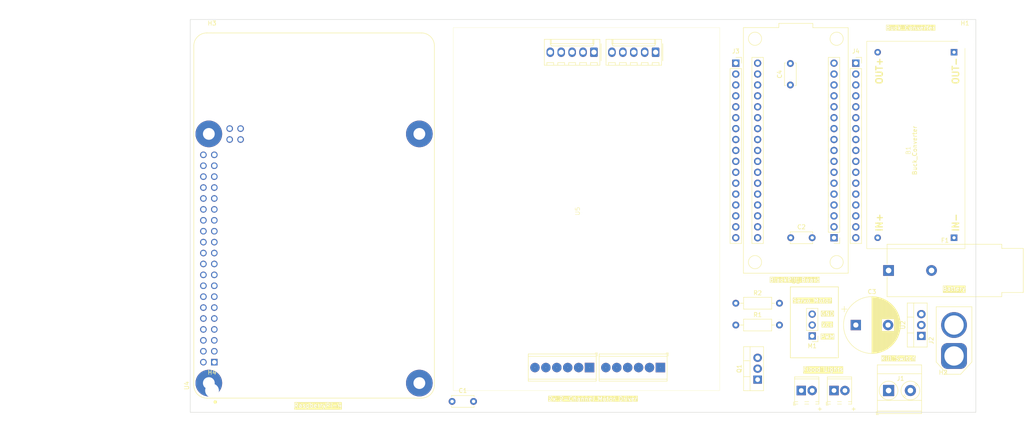
<source format=kicad_pcb>
(kicad_pcb (version 20221018) (generator pcbnew)
  (layers (0 "F.Cu" signal) (31 "B.Cu" signal) (34 "B.Paste" user) (35 "F.Paste" user) (36 "B.SilkS" user "B.Silkscreen") (37 "F.SilkS" user "F.Silkscreen") (38 "B.Mask" user) (39 "F.Mask" user) (44 "Edge.Cuts" user))
  (net 0 "")
  (net 3 "+3.3v")
  (net 4 "Net-(J1-Pin_1)")
  (net 9 "Servo_Ctrl")
  (net 16 "RxBP")
  (net 17 "TxBP")
  (net 34 "Motor_Right_DIR")
  (net 35 "Motor_Left_DIR")
  (net 36 "Motor_Right_PWM")
  (net 37 "Motor_Left_PWM")
  (net 42 "+12v")
  (net 43 "GND")
  (net 44 "+5v")
  (net 45 "Net-(D1-K)")
  (net 46 "Net-(D2-K)")
  (net 47 "Bat_in")
  (net 48 "Net-(Q1-G)")
  (net 49 "Flash_Lights")
  (footprint "Package_TO_SOT_THT:TO-220-3_Vertical" (layer "F.Cu") (at 251.46 91.44 90)
    (fp_text reference "U2" (at 2.54 -4.27 90) (layer "F.SilkS"))
    (fp_text value "AMS1117-3.3")
    (pad "1" thru_hole rect (at 0 0 90) (size 1.905 2) (drill 1.1) (layers "*.Cu" "*.Mask") (net 43 "GND"))
    (pad "2" thru_hole oval (at 2.54 0 90) (size 1.905 2) (drill 1.1) (layers "*.Cu" "*.Mask") (net 3 "+3.3v"))
    (pad "3" thru_hole oval (at 5.08 0 90) (size 1.905 2) (drill 1.1) (layers "*.Cu" "*.Mask") (net 44 "+5v"))
  )
  (footprint "MountingHole:MountingHole_3.2mm_M3" (layer "F.Cu") (at 256.54 104.14)
    (fp_text reference "H2" (at 0 -4.2) (layer "F.SilkS"))
    (fp_text value "MountingHole")
    (pad "" np_thru_hole circle (at 0 0) (size 3.2 3.2) (drill 3.2) (layers "*.Cu" "*.Mask"))
  )
  (footprint "Connector_PinHeader_2.54mm:PinHeader_1x03_P2.54mm_Vertical" (layer "F.Cu") (at 226.06 91.44 180)
    (fp_text reference "M1" (at 0 -2.33) (layer "F.SilkS"))
    (fp_text value "Motor_Servo")
    (pad "1" thru_hole rect (at 0 0 180) (size 1.7 1.7) (drill 1) (layers "*.Cu" "*.Mask") (net 9 "Servo_Ctrl"))
    (pad "2" thru_hole oval (at 0 2.54 180) (size 1.7 1.7) (drill 1) (layers "*.Cu" "*.Mask") (net 42 "+12v"))
    (pad "3" thru_hole oval (at 0 5.08 180) (size 1.7 1.7) (drill 1) (layers "*.Cu" "*.Mask") (net 43 "GND"))
  )
  (footprint "Connector_PinSocket_2.54mm:PinSocket_1x17_P2.54mm_Vertical" (layer "F.Cu") (at 236.22 27.94)
    (fp_text reference "J4" (at 0 -2.77) (layer "F.SilkS"))
    (fp_text value "BPDummy_R")
    (pad "1" thru_hole rect (at 0 0) (size 1.7 1.7) (drill 1) (layers "*.Cu" "*.Mask"))
    (pad "2" thru_hole oval (at 0 2.54) (size 1.7 1.7) (drill 1) (layers "*.Cu" "*.Mask"))
    (pad "3" thru_hole oval (at 0 5.08) (size 1.7 1.7) (drill 1) (layers "*.Cu" "*.Mask"))
    (pad "4" thru_hole oval (at 0 7.62) (size 1.7 1.7) (drill 1) (layers "*.Cu" "*.Mask"))
    (pad "5" thru_hole oval (at 0 10.16) (size 1.7 1.7) (drill 1) (layers "*.Cu" "*.Mask"))
    (pad "6" thru_hole oval (at 0 12.7) (size 1.7 1.7) (drill 1) (layers "*.Cu" "*.Mask"))
    (pad "7" thru_hole oval (at 0 15.24) (size 1.7 1.7) (drill 1) (layers "*.Cu" "*.Mask"))
    (pad "8" thru_hole oval (at 0 17.78) (size 1.7 1.7) (drill 1) (layers "*.Cu" "*.Mask"))
    (pad "9" thru_hole oval (at 0 20.32) (size 1.7 1.7) (drill 1) (layers "*.Cu" "*.Mask"))
    (pad "10" thru_hole oval (at 0 22.86) (size 1.7 1.7) (drill 1) (layers "*.Cu" "*.Mask"))
    (pad "11" thru_hole oval (at 0 25.4) (size 1.7 1.7) (drill 1) (layers "*.Cu" "*.Mask"))
    (pad "12" thru_hole oval (at 0 27.94) (size 1.7 1.7) (drill 1) (layers "*.Cu" "*.Mask"))
    (pad "13" thru_hole oval (at 0 30.48) (size 1.7 1.7) (drill 1) (layers "*.Cu" "*.Mask"))
    (pad "14" thru_hole oval (at 0 33.02) (size 1.7 1.7) (drill 1) (layers "*.Cu" "*.Mask"))
    (pad "15" thru_hole oval (at 0 35.56) (size 1.7 1.7) (drill 1) (layers "*.Cu" "*.Mask"))
    (pad "16" thru_hole oval (at 0 38.1) (size 1.7 1.7) (drill 1) (layers "*.Cu" "*.Mask"))
    (pad "17" thru_hole oval (at 0 40.64) (size 1.7 1.7) (drill 1) (layers "*.Cu" "*.Mask"))
  )
  (footprint "Module:MODULE_RASPBERRY_PI_4B_4GB" (layer "F.Cu") (at 110.12 63.41 90)
    (fp_text reference "U4" (at -39.575 -29.635 90) (layer "F.SilkS"))
    (fp_text value "RASPBERRY_PI_4B_4GB")
    (pad "1" thru_hole rect (at -34.13 -23.23 90) (size 1.524 1.524) (drill 1.016) (layers "*.Cu" "*.Mask"))
    (pad "2" thru_hole circle (at -34.13 -25.77 90) (size 1.524 1.524) (drill 1.016) (layers "*.Cu" "*.Mask") (net 44 "+5v"))
    (pad "3" thru_hole circle (at -31.59 -23.23 90) (size 1.524 1.524) (drill 1.016) (layers "*.Cu" "*.Mask"))
    (pad "4" thru_hole circle (at -31.59 -25.77 90) (size 1.524 1.524) (drill 1.016) (layers "*.Cu" "*.Mask") (net 44 "+5v"))
    (pad "5" thru_hole circle (at -29.05 -23.23 90) (size 1.524 1.524) (drill 1.016) (layers "*.Cu" "*.Mask"))
    (pad "6" thru_hole circle (at -29.05 -25.77 90) (size 1.524 1.524) (drill 1.016) (layers "*.Cu" "*.Mask") (net 43 "GND"))
    (pad "7" thru_hole circle (at -26.51 -23.23 90) (size 1.524 1.524) (drill 1.016) (layers "*.Cu" "*.Mask"))
    (pad "8" thru_hole circle (at -26.51 -25.77 90) (size 1.524 1.524) (drill 1.016) (layers "*.Cu" "*.Mask") (net 17 "TxBP"))
    (pad "9" thru_hole circle (at -23.97 -23.23 90) (size 1.524 1.524) (drill 1.016) (layers "*.Cu" "*.Mask") (net 43 "GND"))
    (pad "10" thru_hole circle (at -23.97 -25.77 90) (size 1.524 1.524) (drill 1.016) (layers "*.Cu" "*.Mask") (net 16 "RxBP"))
    (pad "11" thru_hole circle (at -21.43 -23.23 90) (size 1.524 1.524) (drill 1.016) (layers "*.Cu" "*.Mask"))
    (pad "12" thru_hole circle (at -21.43 -25.77 90) (size 1.524 1.524) (drill 1.016) (layers "*.Cu" "*.Mask"))
    (pad "13" thru_hole circle (at -18.89 -23.23 90) (size 1.524 1.524) (drill 1.016) (layers "*.Cu" "*.Mask"))
    (pad "14" thru_hole circle (at -18.89 -25.77 90) (size 1.524 1.524) (drill 1.016) (layers "*.Cu" "*.Mask") (net 43 "GND"))
    (pad "15" thru_hole circle (at -16.35 -23.23 90) (size 1.524 1.524) (drill 1.016) (layers "*.Cu" "*.Mask"))
    (pad "16" thru_hole circle (at -16.35 -25.77 90) (size 1.524 1.524) (drill 1.016) (layers "*.Cu" "*.Mask"))
    (pad "17" thru_hole circle (at -13.81 -23.23 90) (size 1.524 1.524) (drill 1.016) (layers "*.Cu" "*.Mask"))
    (pad "18" thru_hole circle (at -13.81 -25.77 90) (size 1.524 1.524) (drill 1.016) (layers "*.Cu" "*.Mask"))
    (pad "19" thru_hole circle (at -11.27 -23.23 90) (size 1.524 1.524) (drill 1.016) (layers "*.Cu" "*.Mask"))
    (pad "20" thru_hole circle (at -11.27 -25.77 90) (size 1.524 1.524) (drill 1.016) (layers "*.Cu" "*.Mask") (net 43 "GND"))
    (pad "21" thru_hole circle (at -8.73 -23.23 90) (size 1.524 1.524) (drill 1.016) (layers "*.Cu" "*.Mask"))
    (pad "22" thru_hole circle (at -8.73 -25.77 90) (size 1.524 1.524) (drill 1.016) (layers "*.Cu" "*.Mask"))
    (pad "23" thru_hole circle (at -6.19 -23.23 90) (size 1.524 1.524) (drill 1.016) (layers "*.Cu" "*.Mask"))
    (pad "24" thru_hole circle (at -6.19 -25.77 90) (size 1.524 1.524) (drill 1.016) (layers "*.Cu" "*.Mask"))
    (pad "25" thru_hole circle (at -3.65 -23.23 90) (size 1.524 1.524) (drill 1.016) (layers "*.Cu" "*.Mask") (net 43 "GND"))
    (pad "26" thru_hole circle (at -3.65 -25.77 90) (size 1.524 1.524) (drill 1.016) (layers "*.Cu" "*.Mask"))
    (pad "27" thru_hole circle (at -1.11 -23.23 90) (size 1.524 1.524) (drill 1.016) (layers "*.Cu" "*.Mask"))
    (pad "28" thru_hole circle (at -1.11 -25.77 90) (size 1.524 1.524) (drill 1.016) (layers "*.Cu" "*.Mask"))
    (pad "29" thru_hole circle (at 1.43 -23.23 90) (size 1.524 1.524) (drill 1.016) (layers "*.Cu" "*.Mask"))
    (pad "30" thru_hole circle (at 1.43 -25.77 90) (size 1.524 1.524) (drill 1.016) (layers "*.Cu" "*.Mask") (net 43 "GND"))
    (pad "31" thru_hole circle (at 3.97 -23.23 90) (size 1.524 1.524) (drill 1.016) (layers "*.Cu" "*.Mask"))
    (pad "32" thru_hole circle (at 3.97 -25.77 90) (size 1.524 1.524) (drill 1.016) (layers "*.Cu" "*.Mask"))
    (pad "33" thru_hole circle (at 6.51 -23.23 90) (size 1.524 1.524) (drill 1.016) (layers "*.Cu" "*.Mask"))
    (pad "34" thru_hole circle (at 6.51 -25.77 90) (size 1.524 1.524) (drill 1.016) (layers "*.Cu" "*.Mask") (net 43 "GND"))
    (pad "35" thru_hole circle (at 9.05 -23.23 90) (size 1.524 1.524) (drill 1.016) (layers "*.Cu" "*.Mask"))
    (pad "36" thru_hole circle (at 9.05 -25.77 90) (size 1.524 1.524) (drill 1.016) (layers "*.Cu" "*.Mask"))
    (pad "37" thru_hole circle (at 11.59 -23.23 90) (size 1.524 1.524) (drill 1.016) (layers "*.Cu" "*.Mask"))
    (pad "38" thru_hole circle (at 11.59 -25.77 90) (size 1.524 1.524) (drill 1.016) (layers "*.Cu" "*.Mask"))
    (pad "39" thru_hole circle (at 14.13 -23.23 90) (size 1.524 1.524) (drill 1.016) (layers "*.Cu" "*.Mask") (net 43 "GND"))
    (pad "40" thru_hole circle (at 14.13 -25.77 90) (size 1.524 1.524) (drill 1.016) (layers "*.Cu" "*.Mask"))
    (pad "41" thru_hole circle (at 20.23 -17.107 90) (size 1.524 1.524) (drill 1.016) (layers "*.Cu" "*.Mask"))
    (pad "42" thru_hole circle (at 20.23 -19.647 90) (size 1.524 1.524) (drill 1.016) (layers "*.Cu" "*.Mask"))
    (pad "43" thru_hole circle (at 17.69 -17.107 90) (size 1.524 1.524) (drill 1.016) (layers "*.Cu" "*.Mask"))
    (pad "44" thru_hole circle (at 17.69 -19.647 90) (size 1.524 1.524) (drill 1.016) (layers "*.Cu" "*.Mask"))
    (pad "S1" thru_hole circle (at -39 -24.5 90) (size 6.2 6.2) (drill 2.75) (layers "*.Cu" "*.Mask"))
    (pad "S2" thru_hole circle (at 19 -24.5 90) (size 6.2 6.2) (drill 2.75) (layers "*.Cu" "*.Mask"))
    (pad "S3" thru_hole circle (at 19 24.5 90) (size 6.2 6.2) (drill 2.75) (layers "*.Cu" "*.Mask"))
    (pad "S4" thru_hole circle (at -39 24.5 90) (size 6.2 6.2) (drill 2.75) (layers "*.Cu" "*.Mask"))
  )
  (footprint "Package_TO_SOT_THT:TO-220-3_Vertical" (layer "F.Cu") (at 213.36 101.6 90)
    (fp_text reference "Q1" (at 2.54 -4.27 90) (layer "F.SilkS"))
    (fp_text value "IRF510PBF")
    (pad "1" thru_hole rect (at 0 0 90) (size 1.905 2) (drill 1.1) (layers "*.Cu" "*.Mask") (net 48 "Net-(Q1-G)"))
    (pad "2" thru_hole oval (at 2.54 0 90) (size 1.905 2) (drill 1.1) (layers "*.Cu" "*.Mask") (net 46 "Net-(D2-K)"))
    (pad "3" thru_hole oval (at 5.08 0 90) (size 1.905 2) (drill 1.1) (layers "*.Cu" "*.Mask") (net 43 "GND"))
  )
  (footprint "Resistor_THT:R_Axial_DIN0207_L6.3mm_D2.5mm_P10.16mm_Horizontal" (layer "F.Cu") (at 208.28 88.9)
    (fp_text reference "R1" (at 5.08 -2.37) (layer "F.SilkS"))
    (fp_text value "100R")
    (pad "1" thru_hole circle (at 0 0) (size 1.6 1.6) (drill 0.8) (layers "*.Cu" "*.Mask") (net 49 "Flash_Lights"))
    (pad "2" thru_hole oval (at 10.16 0) (size 1.6 1.6) (drill 0.8) (layers "*.Cu" "*.Mask") (net 48 "Net-(Q1-G)"))
  )
  (footprint "MountingHole:MountingHole_3.2mm_M3" (layer "F.Cu") (at 261.62 22.86)
    (fp_text reference "H1" (at 0 -4.2) (layer "F.SilkS"))
    (fp_text value "MountingHole")
    (pad "" np_thru_hole circle (at 0 0) (size 3.2 3.2) (drill 3.2) (layers "*.Cu" "*.Mask"))
  )
  (footprint "Connector_PinSocket_2.54mm:PinSocket_1x17_P2.54mm_Vertical" (layer "F.Cu") (at 208.28 27.94)
    (fp_text reference "J3" (at 0 -2.77) (layer "F.SilkS"))
    (fp_text value "BPDummy_L")
    (pad "1" thru_hole rect (at 0 0) (size 1.7 1.7) (drill 1) (layers "*.Cu" "*.Mask"))
    (pad "2" thru_hole oval (at 0 2.54) (size 1.7 1.7) (drill 1) (layers "*.Cu" "*.Mask"))
    (pad "3" thru_hole oval (at 0 5.08) (size 1.7 1.7) (drill 1) (layers "*.Cu" "*.Mask"))
    (pad "4" thru_hole oval (at 0 7.62) (size 1.7 1.7) (drill 1) (layers "*.Cu" "*.Mask"))
    (pad "5" thru_hole oval (at 0 10.16) (size 1.7 1.7) (drill 1) (layers "*.Cu" "*.Mask"))
    (pad "6" thru_hole oval (at 0 12.7) (size 1.7 1.7) (drill 1) (layers "*.Cu" "*.Mask"))
    (pad "7" thru_hole oval (at 0 15.24) (size 1.7 1.7) (drill 1) (layers "*.Cu" "*.Mask"))
    (pad "8" thru_hole oval (at 0 17.78) (size 1.7 1.7) (drill 1) (layers "*.Cu" "*.Mask"))
    (pad "9" thru_hole oval (at 0 20.32) (size 1.7 1.7) (drill 1) (layers "*.Cu" "*.Mask"))
    (pad "10" thru_hole oval (at 0 22.86) (size 1.7 1.7) (drill 1) (layers "*.Cu" "*.Mask"))
    (pad "11" thru_hole oval (at 0 25.4) (size 1.7 1.7) (drill 1) (layers "*.Cu" "*.Mask"))
    (pad "12" thru_hole oval (at 0 27.94) (size 1.7 1.7) (drill 1) (layers "*.Cu" "*.Mask"))
    (pad "13" thru_hole oval (at 0 30.48) (size 1.7 1.7) (drill 1) (layers "*.Cu" "*.Mask"))
    (pad "14" thru_hole oval (at 0 33.02) (size 1.7 1.7) (drill 1) (layers "*.Cu" "*.Mask"))
    (pad "15" thru_hole oval (at 0 35.56) (size 1.7 1.7) (drill 1) (layers "*.Cu" "*.Mask"))
    (pad "16" thru_hole oval (at 0 38.1) (size 1.7 1.7) (drill 1) (layers "*.Cu" "*.Mask"))
    (pad "17" thru_hole oval (at 0 40.64) (size 1.7 1.7) (drill 1) (layers "*.Cu" "*.Mask"))
  )
  (footprint "Kicad-STM32:YAAJ_BlackPill_2" (layer "F.Cu") (at 231.14 68.58 180)
    (fp_text reference "U1" (at 8.89 -10.16) (layer "F.SilkS"))
    (fp_text value "YAAJ_BlackPill" hide)
    (pad "1" thru_hole rect (at 0 0 180) (size 1.7 1.7) (drill 1) (layers "*.Cu" "*.Mask"))
    (pad "2" thru_hole circle (at 0 2.54 180) (size 1.7 1.7) (drill 1) (layers "*.Cu" "*.Mask"))
    (pad "3" thru_hole circle (at 0 5.08 180) (size 1.7 1.7) (drill 1) (layers "*.Cu" "*.Mask"))
    (pad "4" thru_hole circle (at 0 7.62 180) (size 1.7 1.7) (drill 1) (layers "*.Cu" "*.Mask"))
    (pad "5" thru_hole circle (at 0 10.16 180) (size 1.7 1.7) (drill 1) (layers "*.Cu" "*.Mask"))
    (pad "6" thru_hole circle (at 0 12.7 180) (size 1.7 1.7) (drill 1) (layers "*.Cu" "*.Mask") (net 16 "RxBP"))
    (pad "7" thru_hole circle (at 0 15.24 180) (size 1.7 1.7) (drill 1) (layers "*.Cu" "*.Mask") (net 17 "TxBP"))
    (pad "8" thru_hole circle (at 0 17.78 180) (size 1.7 1.7) (drill 1) (layers "*.Cu" "*.Mask"))
    (pad "9" thru_hole circle (at 0 20.32 180) (size 1.7 1.7) (drill 1) (layers "*.Cu" "*.Mask"))
    (pad "10" thru_hole circle (at 0 22.86 180) (size 1.7 1.7) (drill 1) (layers "*.Cu" "*.Mask"))
    (pad "11" thru_hole circle (at 0 25.4 180) (size 1.7 1.7) (drill 1) (layers "*.Cu" "*.Mask"))
    (pad "12" thru_hole circle (at 0 27.94 180) (size 1.7 1.7) (drill 1) (layers "*.Cu" "*.Mask"))
    (pad "13" thru_hole circle (at 0 30.48 180) (size 1.7 1.7) (drill 1) (layers "*.Cu" "*.Mask"))
    (pad "14" thru_hole circle (at 0 33.02 180) (size 1.7 1.7) (drill 1) (layers "*.Cu" "*.Mask"))
    (pad "15" thru_hole circle (at 0 35.56 180) (size 1.7 1.7) (drill 1) (layers "*.Cu" "*.Mask"))
    (pad "16" thru_hole circle (at 0 38.1 180) (size 1.7 1.7) (drill 1) (layers "*.Cu" "*.Mask") (net 3 "+3.3v"))
    (pad "17" thru_hole circle (at 0 40.64 180) (size 1.7 1.7) (drill 1) (layers "*.Cu" "*.Mask") (net 43 "GND"))
    (pad "18" thru_hole circle (at 17.78 40.64 180) (size 1.7 1.7) (drill 1) (layers "*.Cu" "*.Mask") (net 43 "GND"))
    (pad "19" thru_hole circle (at 17.78 38.1 180) (size 1.7 1.7) (drill 1) (layers "*.Cu" "*.Mask"))
    (pad "20" thru_hole circle (at 17.78 35.56 180) (size 1.7 1.7) (drill 1) (layers "*.Cu" "*.Mask"))
    (pad "21" thru_hole circle (at 17.78 33.02 180) (size 1.7 1.7) (drill 1) (layers "*.Cu" "*.Mask"))
    (pad "22" thru_hole circle (at 17.78 30.48 180) (size 1.7 1.7) (drill 1) (layers "*.Cu" "*.Mask"))
    (pad "23" thru_hole circle (at 17.78 27.94 180) (size 1.7 1.7) (drill 1) (layers "*.Cu" "*.Mask"))
    (pad "24" thru_hole circle (at 17.78 25.4 180) (size 1.7 1.7) (drill 1) (layers "*.Cu" "*.Mask"))
    (pad "25" thru_hole circle (at 17.78 22.86 180) (size 1.7 1.7) (drill 1) (layers "*.Cu" "*.Mask"))
    (pad "26" thru_hole circle (at 17.78 20.32 180) (size 1.7 1.7) (drill 1) (layers "*.Cu" "*.Mask") (net 9 "Servo_Ctrl"))
    (pad "27" thru_hole circle (at 17.78 17.78 180) (size 1.7 1.7) (drill 1) (layers "*.Cu" "*.Mask"))
    (pad "28" thru_hole circle (at 17.78 15.24 180) (size 1.7 1.7) (drill 1) (layers "*.Cu" "*.Mask") (net 49 "Flash_Lights"))
    (pad "29" thru_hole circle (at 17.78 12.7 180) (size 1.7 1.7) (drill 1) (layers "*.Cu" "*.Mask") (net 34 "Motor_Right_DIR"))
    (pad "30" thru_hole circle (at 17.78 10.16 180) (size 1.7 1.7) (drill 1) (layers "*.Cu" "*.Mask") (net 35 "Motor_Left_DIR"))
    (pad "31" thru_hole circle (at 17.78 7.62 180) (size 1.7 1.7) (drill 1) (layers "*.Cu" "*.Mask") (net 36 "Motor_Right_PWM"))
    (pad "32" thru_hole circle (at 17.78 5.08 180) (size 1.7 1.7) (drill 1) (layers "*.Cu" "*.Mask") (net 37 "Motor_Left_PWM"))
    (pad "33" thru_hole circle (at 17.78 2.54 180) (size 1.7 1.7) (drill 1) (layers "*.Cu" "*.Mask"))
    (pad "34" thru_hole circle (at 17.78 0 180) (size 1.7 1.7) (drill 1) (layers "*.Cu" "*.Mask"))
  )
  (footprint "Tesla_Lib:2xMDD10A" (layer "F.Cu") (at 176.53 62.4 90)
    (fp_text reference "U5" (at 0 -5.08 90 unlocked) (layer "F.SilkS") (effects (font (thickness 0.1))))
    (fp_text value "2xMDD10A")
    (pad "1" thru_hole circle (at -36.395 -15 180) (size 2.2 2.2) (drill 0.1) (layers "*.Cu" "*.Mask"))
    (pad "1" thru_hole circle (at -36.395 1.5 180) (size 2.2 2.2) (drill 0.1) (layers "*.Cu" "*.Mask"))
    (pad "2" thru_hole circle (at -36.395 -12.46 180) (size 2.2 2.2) (drill 0.1) (layers "*.Cu" "*.Mask"))
    (pad "2" thru_hole circle (at -36.395 4.04 180) (size 2.2 2.2) (drill 0.1) (layers "*.Cu" "*.Mask"))
    (pad "3" thru_hole circle (at -36.395 -9.92 180) (size 2.2 2.2) (drill 0.1) (layers "*.Cu" "*.Mask") (net 42 "+12v"))
    (pad "3" thru_hole circle (at -36.395 6.58 180) (size 2.2 2.2) (drill 0.1) (layers "*.Cu" "*.Mask") (net 42 "+12v"))
    (pad "4" thru_hole circle (at -36.395 -7.38 180) (size 2.2 2.2) (drill 0.1) (layers "*.Cu" "*.Mask") (net 43 "GND"))
    (pad "4" thru_hole circle (at -36.395 9.12 180) (size 2.2 2.2) (drill 0.1) (layers "*.Cu" "*.Mask") (net 43 "GND"))
    (pad "5" thru_hole circle (at -36.395 -4.84 180) (size 2.2 2.2) (drill 0.1) (layers "*.Cu" "*.Mask"))
    (pad "5" thru_hole circle (at -36.395 11.66 180) (size 2.2 2.2) (drill 0.1) (layers "*.Cu" "*.Mask"))
    (pad "6" thru_hole rect (at -36.395 -2.3 180) (size 2.2 2.2) (drill 0.1) (layers "*.Cu" "*.Mask"))
    (pad "6" thru_hole rect (at -36.395 14.2 180) (size 2.2 2.2) (drill 0.1) (layers "*.Cu" "*.Mask"))
    (pad "7" thru_hole roundrect (at 37 -1.27 180) (size 1.74 2.19) (drill 1.19) (layers "*.Cu" "*.Mask") (roundrect_rratio 0.143678))
    (pad "7" thru_hole roundrect (at 37 13.08 180) (size 1.74 2.19) (drill 1.19) (layers "*.Cu" "*.Mask") (roundrect_rratio 0.143678))
    (pad "8" thru_hole oval (at 37 -3.81 180) (size 1.74 2.19) (drill 1.19) (layers "*.Cu" "*.Mask"))
    (pad "8" thru_hole oval (at 37 10.54 180) (size 1.74 2.19) (drill 1.19) (layers "*.Cu" "*.Mask"))
    (pad "9" thru_hole oval (at 37 -6.35 180) (size 1.74 2.19) (drill 1.19) (layers "*.Cu" "*.Mask") (net 42 "+12v"))
    (pad "9" thru_hole oval (at 37 8 180) (size 1.74 2.19) (drill 1.19) (layers "*.Cu" "*.Mask") (net 42 "+12v"))
    (pad "10" thru_hole oval (at 37 -8.89 180) (size 1.74 2.19) (drill 1.19) (layers "*.Cu" "*.Mask") (net 43 "GND"))
    (pad "10" thru_hole oval (at 37 5.46 180) (size 1.74 2.19) (drill 1.19) (layers "*.Cu" "*.Mask") (net 43 "GND"))
    (pad "11" thru_hole oval (at 37 -11.43 180) (size 1.74 2.19) (drill 1.19) (layers "*.Cu" "*.Mask"))
    (pad "11" thru_hole oval (at 37 2.92 180) (size 1.74 2.19) (drill 1.19) (layers "*.Cu" "*.Mask"))
  )
  (footprint "Capacitor_THT:CP_Radial_D13.0mm_P7.50mm" (layer "F.Cu") (at 236.22 88.9)
    (fp_text reference "C3" (at 3.75 -7.75) (layer "F.SilkS"))
    (fp_text value "10uF")
    (pad "1" thru_hole rect (at 0 0) (size 2.4 2.4) (drill 1.2) (layers "*.Cu" "*.Mask") (net 44 "+5v"))
    (pad "2" thru_hole circle (at 7.5 0) (size 2.4 2.4) (drill 1.2) (layers "*.Cu" "*.Mask") (net 43 "GND"))
  )
  (footprint "MountingHole:MountingHole_3.2mm_M3" (layer "F.Cu") (at 86.36 104.14)
    (fp_text reference "H4" (at 0 -4.2) (layer "F.SilkS"))
    (fp_text value "MountingHole")
    (pad "" np_thru_hole circle (at 0 0) (size 3.2 3.2) (drill 3.2) (layers "*.Cu" "*.Mask"))
  )
  (footprint "Capacitor_THT:C_Disc_D5.0mm_W2.5mm_P5.00mm" (layer "F.Cu") (at 220.98 33.02 90)
    (fp_text reference "C4" (at 2.5 -2.5 90) (layer "F.SilkS"))
    (fp_text value "100nF")
    (pad "1" thru_hole circle (at 0 0 90) (size 1.6 1.6) (drill 0.8) (layers "*.Cu" "*.Mask") (net 3 "+3.3v"))
    (pad "2" thru_hole circle (at 5 0 90) (size 1.6 1.6) (drill 0.8) (layers "*.Cu" "*.Mask") (net 43 "GND"))
  )
  (footprint "TerminalBlock_Phoenix:TerminalBlock_Phoenix_MPT-0,5-2-2.54_1x02_P2.54mm_Horizontal" (layer "F.Cu") (at 223.52 104.14)
    (fp_text reference "D1")
    (fp_text value "White")
    (pad "" np_thru_hole circle (at 0 2.54) (size 1.1 1.1) (drill 1.1) (layers "*.Cu" "*.Mask"))
    (pad "" np_thru_hole circle (at 2.54 2.54) (size 1.1 1.1) (drill 1.1) (layers "*.Cu" "*.Mask"))
    (pad "1" thru_hole rect (at 0 0) (size 2.2 2.2) (drill 1.1) (layers "*.Cu" "*.Mask") (net 45 "Net-(D1-K)"))
    (pad "2" thru_hole circle (at 2.54 0) (size 2.2 2.2) (drill 1.1) (layers "*.Cu" "*.Mask") (net 42 "+12v"))
  )
  (footprint "Tesla_Lib:Buck_Converter_small" (layer "F.Cu") (at 248.92 48.26 90)
    (fp_text reference "B1" (at 0 -0.5 90 unlocked) (layer "F.SilkS") (effects (font (thickness 0.1))))
    (fp_text value "Buck_Converter" (at 0 1 90 unlocked) (layer "F.SilkS"))
    (fp_text user "IN-" (at -19.05 11.43 90 unlocked) (layer "F.SilkS") (effects (font (size 1.5 1.5) (thickness 0.3) bold) (justify left bottom)))
    (fp_text user "OUT-" (at 15.24 11.43 90 unlocked) (layer "F.SilkS") (effects (font (size 1.5 1.5) (thickness 0.3) bold) (justify left bottom)))
    (fp_text user "OUT+" (at 15.24 -6.35 90 unlocked) (layer "F.SilkS") (effects (font (size 1.5 1.5) (thickness 0.3) bold) (justify left bottom)))
    (fp_text user "IN+" (at -19.05 -6.35 90 unlocked) (layer "F.SilkS") (effects (font (size 1.5 1.5) (thickness 0.3) bold) (justify left bottom)))
    (pad "1" thru_hole circle (at -20.32 -7.62 90) (size 1.524 1.524) (drill 0.762) (layers "*.Cu" "*.Mask") (net 42 "+12v"))
    (pad "2" thru_hole rect (at -20.32 10.16 90) (size 1.524 1.524) (drill 0.762) (layers "*.Cu" "*.Mask") (net 43 "GND"))
    (pad "3" thru_hole rect (at 22.86 10.16 90) (size 1.524 1.524) (drill 0.762) (layers "*.Cu" "*.Mask") (net 43 "GND"))
    (pad "4" thru_hole circle (at 22.86 -7.62 90) (size 1.524 1.524) (drill 0.762) (layers "*.Cu" "*.Mask") (net 44 "+5v"))
  )
  (footprint "Resistor_THT:R_Axial_DIN0207_L6.3mm_D2.5mm_P10.16mm_Horizontal" (layer "F.Cu") (at 208.28 83.82)
    (fp_text reference "R2" (at 5.08 -2.37) (layer "F.SilkS"))
    (fp_text value "10k")
    (pad "1" thru_hole circle (at 0 0) (size 1.6 1.6) (drill 0.8) (layers "*.Cu" "*.Mask") (net 43 "GND"))
    (pad "2" thru_hole oval (at 10.16 0) (size 1.6 1.6) (drill 0.8) (layers "*.Cu" "*.Mask") (net 49 "Flash_Lights"))
  )
  (footprint "Capacitor_THT:C_Disc_D5.0mm_W2.5mm_P5.00mm" (layer "F.Cu") (at 142.24 106.68)
    (fp_text reference "C1" (at 2.5 -2.5) (layer "F.SilkS"))
    (fp_text value "100nF")
    (pad "1" thru_hole circle (at 0 0) (size 1.6 1.6) (drill 0.8) (layers "*.Cu" "*.Mask") (net 44 "+5v"))
    (pad "2" thru_hole circle (at 5 0) (size 1.6 1.6) (drill 0.8) (layers "*.Cu" "*.Mask") (net 43 "GND"))
  )
  (footprint "Connector_AMASS:AMASS_XT60-M_1x02_P7.20mm_Vertical" (layer "F.Cu") (at 259.08 96.1 90)
    (fp_text reference "J2" (at 3.6 -5.3 90) (layer "F.SilkS"))
    (fp_text value "Battery")
    (pad "1" thru_hole roundrect (at 0 0 90) (size 6 6) (drill 4.5) (layers "*.Cu" "*.Mask") (net 43 "GND"))
    (pad "2" thru_hole circle (at 7.2 0 90) (size 6 6) (drill 4.5) (layers "*.Cu" "*.Mask") (net 47 "Bat_in"))
  )
  (footprint "TerminalBlock_Phoenix:TerminalBlock_Phoenix_MKDS-3-2-5.08_1x02_P5.08mm_Horizontal" (layer "F.Cu") (at 243.84 104.14)
    (fp_text reference "J1" (at 2.794 -2.794) (layer "F.SilkS"))
    (fp_text value "Kill-Switch")
    (pad "1" thru_hole rect (at 0 0) (size 2.6 2.6) (drill 1.3) (layers "*.Cu" "*.Mask") (net 4 "Net-(J1-Pin_1)"))
    (pad "2" thru_hole circle (at 5.08 0) (size 2.6 2.6) (drill 1.3) (layers "*.Cu" "*.Mask") (net 42 "+12v"))
  )
  (footprint "Fuse:Fuseholder_Cylinder-5x20mm_Schurter_FAB_0031-355x_Horizontal_Closed" (layer "F.Cu") (at 243.84 76.2)
    (fp_text reference "F1" (at 13.125 -7) (layer "F.SilkS"))
    (fp_text value "Fuse")
    (pad "1" thru_hole rect (at 0 0) (size 2.5 2.5) (drill 1.3) (layers "*.Cu" "*.Mask") (net 47 "Bat_in"))
    (pad "2" thru_hole circle (at 10 0) (size 2.5 2.5) (drill 1.3) (layers "*.Cu" "*.Mask") (net 4 "Net-(J1-Pin_1)"))
  )
  (footprint "Capacitor_THT:C_Disc_D5.0mm_W2.5mm_P5.00mm" (layer "F.Cu") (at 221.06 68.58)
    (fp_text reference "C2" (at 2.5 -2.5) (layer "F.SilkS"))
    (fp_text value "100nF")
    (pad "1" thru_hole circle (at 0 0) (size 1.6 1.6) (drill 0.8) (layers "*.Cu" "*.Mask") (net 3 "+3.3v"))
    (pad "2" thru_hole circle (at 5 0) (size 1.6 1.6) (drill 0.8) (layers "*.Cu" "*.Mask") (net 43 "GND"))
  )
  (footprint "MountingHole:MountingHole_3.2mm_M3" (layer "F.Cu") (at 86.36 22.86)
    (fp_text reference "H3" (at 0 -4.2) (layer "F.SilkS"))
    (fp_text value "MountingHole")
    (pad "" np_thru_hole circle (at 0 0) (size 3.2 3.2) (drill 3.2) (layers "*.Cu" "*.Mask"))
  )
  (footprint "TerminalBlock_Phoenix:TerminalBlock_Phoenix_MPT-0,5-2-2.54_1x02_P2.54mm_Horizontal" (layer "F.Cu") (at 231.14 104.14)
    (fp_text reference "D2")
    (fp_text value "White")
    (pad "" np_thru_hole circle (at 0 2.54) (size 1.1 1.1) (drill 1.1) (layers "*.Cu" "*.Mask"))
    (pad "" np_thru_hole circle (at 2.54 2.54) (size 1.1 1.1) (drill 1.1) (layers "*.Cu" "*.Mask"))
    (pad "1" thru_hole rect (at 0 0) (size 2.2 2.2) (drill 1.1) (layers "*.Cu" "*.Mask") (net 46 "Net-(D2-K)"))
    (pad "2" thru_hole circle (at 2.54 0) (size 2.2 2.2) (drill 1.1) (layers "*.Cu" "*.Mask") (net 45 "Net-(D1-K)"))
  )
  (gr_rect (start 220.98 80.01) (end 232.156 96.52) (stroke (width 0.15)) (fill none) (layer "F.SilkS"))
  (gr_rect (start 81.28 17.78) (end 264.16 109.22) (stroke (width 0.1)) (fill none) (layer "Edge.Cuts"))
  (gr_text "Vcc" (at 229.616 89.408) (layer "F.SilkS" knockout) (effects (font (size 1 1)) (justify bottom)))
  (gr_text "PWM" (at 229.616 92.202) (layer "F.SilkS" knockout) (effects (font (size 1 1)) (justify bottom)))
  (gr_text "+" (at 227.838 108.966) (layer "F.SilkS") (effects (font (size 1 1)) (justify bottom)))
  (gr_text "Servo Motor" (at 226.06 83.82) (layer "F.SilkS" knockout) (effects (font (size 1 1)) (justify bottom)))
  (gr_text "Battery" (at 259.08 81.026) (layer "F.SilkS" knockout) (effects (font (size 1 1)) (justify bottom)))
  (gr_text "GND" (at 229.616 86.868) (layer "F.SilkS" knockout) (effects (font (size 1 1)) (justify bottom)))
  (gr_text "Flood Lights" (at 228.6 99.822) (layer "F.SilkS" knockout) (effects (font (size 1 1)) (justify bottom)))
  (gr_text "Kill Switch" (at 246.126 97.282) (layer "F.SilkS" knockout) (effects (font (size 1 1)) (justify bottom)))
  (gr_text "2x 2-Channel Motor Driver" (at 175.006 106.68) (layer "F.SilkS" knockout) (effects (font (size 1 1)) (justify bottom)))
  (gr_text "+" (at 235.712 108.966) (layer "F.SilkS") (effects (font (size 1 1)) (justify bottom)))
  (gr_text "RaspberryPi-4" (at 110.998 108.204) (layer "F.SilkS" knockout) (effects (font (size 1 1)) (justify bottom)))
  (gr_text "BlackPill Board" (at 221.996 78.994) (layer "F.SilkS" knockout) (effects (font (size 1 1)) (justify bottom)))
  (gr_text "Buck Converter" (at 248.92 20.32) (layer "F.SilkS" knockout) (effects (font (size 1 1)) (justify bottom)))
)
</source>
